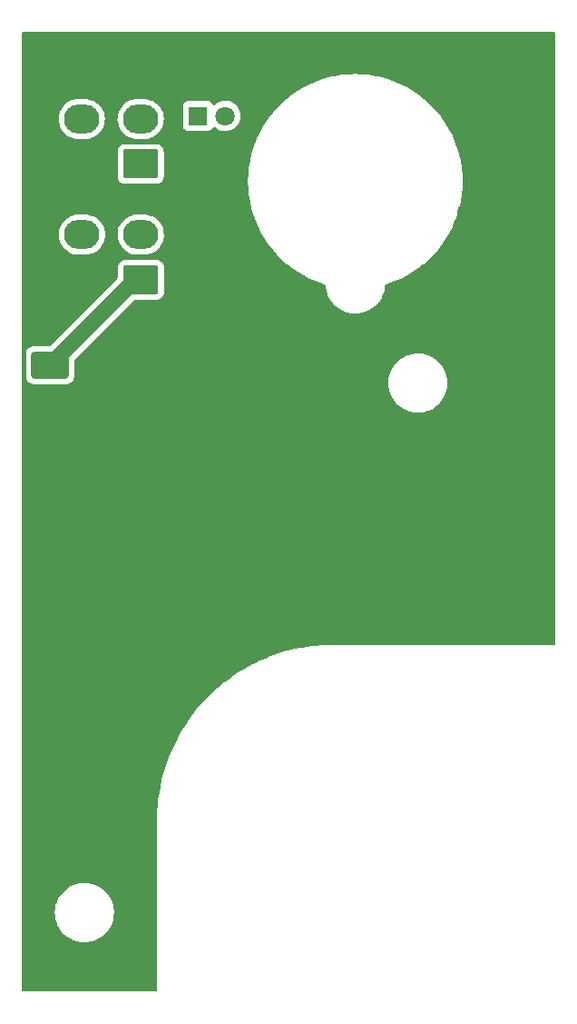
<source format=gbr>
%TF.GenerationSoftware,KiCad,Pcbnew,(6.0.9)*%
%TF.CreationDate,2023-04-01T15:16:26-08:00*%
%TF.ProjectId,OBOGS PANEL,4f424f47-5320-4504-914e-454c2e6b6963,3*%
%TF.SameCoordinates,Original*%
%TF.FileFunction,Copper,L2,Bot*%
%TF.FilePolarity,Positive*%
%FSLAX46Y46*%
G04 Gerber Fmt 4.6, Leading zero omitted, Abs format (unit mm)*
G04 Created by KiCad (PCBNEW (6.0.9)) date 2023-04-01 15:16:26*
%MOMM*%
%LPD*%
G01*
G04 APERTURE LIST*
G04 Aperture macros list*
%AMRoundRect*
0 Rectangle with rounded corners*
0 $1 Rounding radius*
0 $2 $3 $4 $5 $6 $7 $8 $9 X,Y pos of 4 corners*
0 Add a 4 corners polygon primitive as box body*
4,1,4,$2,$3,$4,$5,$6,$7,$8,$9,$2,$3,0*
0 Add four circle primitives for the rounded corners*
1,1,$1+$1,$2,$3*
1,1,$1+$1,$4,$5*
1,1,$1+$1,$6,$7*
1,1,$1+$1,$8,$9*
0 Add four rect primitives between the rounded corners*
20,1,$1+$1,$2,$3,$4,$5,0*
20,1,$1+$1,$4,$5,$6,$7,0*
20,1,$1+$1,$6,$7,$8,$9,0*
20,1,$1+$1,$8,$9,$2,$3,0*%
G04 Aperture macros list end*
%TA.AperFunction,SMDPad,CuDef*%
%ADD10RoundRect,0.250000X-1.500000X-1.000000X1.500000X-1.000000X1.500000X1.000000X-1.500000X1.000000X0*%
%TD*%
%TA.AperFunction,ComponentPad*%
%ADD11R,1.800000X1.800000*%
%TD*%
%TA.AperFunction,ComponentPad*%
%ADD12C,1.800000*%
%TD*%
%TA.AperFunction,ComponentPad*%
%ADD13RoundRect,0.250001X1.399999X-1.099999X1.399999X1.099999X-1.399999X1.099999X-1.399999X-1.099999X0*%
%TD*%
%TA.AperFunction,ComponentPad*%
%ADD14O,3.300000X2.700000*%
%TD*%
%TA.AperFunction,ViaPad*%
%ADD15C,1.500000*%
%TD*%
%TA.AperFunction,ViaPad*%
%ADD16C,0.800000*%
%TD*%
%TA.AperFunction,Conductor*%
%ADD17C,1.500000*%
%TD*%
G04 APERTURE END LIST*
D10*
%TO.P,C1,1*%
%TO.N,/LED+5V*%
X161797860Y-72433180D03*
%TO.P,C1,2*%
%TO.N,/LEDGND*%
X168297860Y-72433180D03*
%TD*%
D11*
%TO.P,D17,1*%
%TO.N,Net-(D17-Pad1)*%
X175613060Y-49209960D03*
D12*
%TO.P,D17,2*%
%TO.N,/LED+5V*%
X178153060Y-49209960D03*
%TD*%
D13*
%TO.P,J1,1*%
%TO.N,/LED+5V*%
X170251120Y-53695600D03*
D14*
%TO.P,J1,2*%
X170251120Y-49495600D03*
%TO.P,J1,3*%
%TO.N,/LEDGND*%
X164751120Y-53695600D03*
%TO.P,J1,4*%
%TO.N,/DATAIN*%
X164751120Y-49495600D03*
%TD*%
D13*
%TO.P,J2,1*%
%TO.N,/LED+5V*%
X170266360Y-64475360D03*
D14*
%TO.P,J2,2*%
X170266360Y-60275360D03*
%TO.P,J2,3*%
%TO.N,/LEDGND*%
X164766360Y-64475360D03*
%TO.P,J2,4*%
%TO.N,/DATAOUT*%
X164766360Y-60275360D03*
%TD*%
D15*
%TO.N,/LEDGND*%
X177177700Y-45501560D03*
X169738040Y-119484140D03*
X191851280Y-68806060D03*
X196547740Y-45679360D03*
D16*
X191960500Y-95851980D03*
D15*
X186499500Y-82692240D03*
X200543160Y-58112660D03*
X203215240Y-89654380D03*
X183761380Y-70949820D03*
X176014380Y-82433160D03*
X203832460Y-69916040D03*
X178645820Y-98605340D03*
X172707300Y-105785920D03*
X178429920Y-60479940D03*
X202821540Y-51315620D03*
%TD*%
D17*
%TO.N,/LED+5V*%
X169755680Y-64475360D02*
X161797860Y-72433180D01*
X170266360Y-64475360D02*
X169755680Y-64475360D01*
%TD*%
%TA.AperFunction,Conductor*%
%TO.N,/LEDGND*%
G36*
X208882021Y-41422502D02*
G01*
X208928514Y-41476158D01*
X208939900Y-41528500D01*
X208939900Y-98374700D01*
X208919898Y-98442821D01*
X208866242Y-98489314D01*
X208813900Y-98500700D01*
X188216450Y-98500700D01*
X188195545Y-98498954D01*
X188180544Y-98496430D01*
X188180541Y-98496430D01*
X188175752Y-98495624D01*
X188169779Y-98495551D01*
X188168069Y-98495530D01*
X188168064Y-98495530D01*
X188163200Y-98495471D01*
X188158861Y-98496092D01*
X188155499Y-98496241D01*
X187383421Y-98514620D01*
X187381913Y-98514728D01*
X187381910Y-98514728D01*
X186994414Y-98542443D01*
X186605408Y-98570265D01*
X186196767Y-98619124D01*
X185832418Y-98662687D01*
X185832403Y-98662689D01*
X185830924Y-98662866D01*
X185829445Y-98663115D01*
X185829429Y-98663117D01*
X185321157Y-98748587D01*
X185061724Y-98792213D01*
X184299549Y-98958014D01*
X184298101Y-98958402D01*
X183547547Y-99159512D01*
X183547527Y-99159518D01*
X183546127Y-99159893D01*
X182803164Y-99397392D01*
X182683587Y-99441992D01*
X182073744Y-99669451D01*
X182073727Y-99669458D01*
X182072343Y-99669974D01*
X181355320Y-99977022D01*
X181354008Y-99977659D01*
X181353989Y-99977668D01*
X180938758Y-100179375D01*
X180653719Y-100317838D01*
X180652409Y-100318553D01*
X180652396Y-100318560D01*
X179970443Y-100690935D01*
X179970427Y-100690944D01*
X179969129Y-100691653D01*
X179303102Y-101097617D01*
X179301888Y-101098438D01*
X179301875Y-101098447D01*
X178961884Y-101328560D01*
X178657145Y-101534813D01*
X178655940Y-101535715D01*
X178655926Y-101535725D01*
X178431255Y-101703912D01*
X178032723Y-102002250D01*
X177431250Y-102498868D01*
X176854088Y-103023543D01*
X176302544Y-103575087D01*
X175777869Y-104152249D01*
X175776935Y-104153381D01*
X175776930Y-104153386D01*
X175437331Y-104564688D01*
X175281251Y-104753722D01*
X175280355Y-104754919D01*
X174814726Y-105376925D01*
X174814716Y-105376939D01*
X174813814Y-105378144D01*
X174376618Y-106024101D01*
X173970653Y-106690128D01*
X173969944Y-106691426D01*
X173969935Y-106691442D01*
X173810056Y-106984239D01*
X173596839Y-107374718D01*
X173596182Y-107376071D01*
X173256668Y-108074988D01*
X173256659Y-108075007D01*
X173256022Y-108076319D01*
X172948975Y-108793342D01*
X172676393Y-109524163D01*
X172438893Y-110267126D01*
X172438518Y-110268526D01*
X172438512Y-110268546D01*
X172396982Y-110423539D01*
X172237014Y-111020548D01*
X172071213Y-111782723D01*
X171941866Y-112551923D01*
X171941689Y-112553402D01*
X171941687Y-112553417D01*
X171898124Y-112917766D01*
X171849265Y-113326407D01*
X171793620Y-114104420D01*
X171787292Y-114370272D01*
X171775584Y-114862096D01*
X171775256Y-114867887D01*
X171774623Y-114871647D01*
X171774470Y-114884199D01*
X171775160Y-114889015D01*
X171778356Y-114911332D01*
X171779629Y-114929390D01*
X171755279Y-130683695D01*
X171735172Y-130751784D01*
X171681444Y-130798194D01*
X171629279Y-130809500D01*
X159282901Y-130809500D01*
X159214780Y-130789498D01*
X159168287Y-130735842D01*
X159156901Y-130683500D01*
X159156901Y-123433097D01*
X162242653Y-123433097D01*
X162260930Y-123765201D01*
X162261591Y-123768928D01*
X162261591Y-123768932D01*
X162307515Y-124028057D01*
X162318972Y-124092703D01*
X162415939Y-124410860D01*
X162417470Y-124414324D01*
X162417473Y-124414331D01*
X162500227Y-124601516D01*
X162550426Y-124715064D01*
X162552362Y-124718318D01*
X162552365Y-124718324D01*
X162718546Y-124997649D01*
X162720485Y-125000908D01*
X162923653Y-125264251D01*
X163156986Y-125501279D01*
X163417106Y-125708558D01*
X163700243Y-125883086D01*
X164002297Y-126022335D01*
X164005897Y-126023494D01*
X164005904Y-126023497D01*
X164315283Y-126123125D01*
X164315286Y-126123126D01*
X164318892Y-126124287D01*
X164322608Y-126125006D01*
X164322616Y-126125008D01*
X164641724Y-126186748D01*
X164641730Y-126186749D01*
X164645442Y-126187467D01*
X164649218Y-126187734D01*
X164649223Y-126187735D01*
X164749924Y-126194864D01*
X164908151Y-126206067D01*
X165089792Y-126206067D01*
X165091658Y-126205955D01*
X165091675Y-126205954D01*
X165334385Y-126191322D01*
X165334392Y-126191321D01*
X165338160Y-126191094D01*
X165522558Y-126157416D01*
X165661627Y-126132018D01*
X165661632Y-126132017D01*
X165665354Y-126131337D01*
X165668966Y-126130216D01*
X165668972Y-126130214D01*
X165888984Y-126061899D01*
X165983000Y-126032706D01*
X166286495Y-125896628D01*
X166427602Y-125811675D01*
X166568191Y-125727033D01*
X166568197Y-125727029D01*
X166571444Y-125725074D01*
X166574428Y-125722747D01*
X166574435Y-125722742D01*
X166830732Y-125522861D01*
X166830739Y-125522855D01*
X166833720Y-125520530D01*
X167069523Y-125285959D01*
X167275437Y-125024758D01*
X167448480Y-124740711D01*
X167503540Y-124619613D01*
X167584577Y-124441384D01*
X167584580Y-124441376D01*
X167586146Y-124437932D01*
X167686439Y-124120807D01*
X167747908Y-123793931D01*
X167769661Y-123462037D01*
X167751384Y-123129933D01*
X167745633Y-123097480D01*
X167694003Y-122806161D01*
X167693342Y-122802431D01*
X167596375Y-122484274D01*
X167594844Y-122480810D01*
X167594841Y-122480803D01*
X167463420Y-122183536D01*
X167461888Y-122180070D01*
X167448680Y-122157868D01*
X167293768Y-121897485D01*
X167293767Y-121897484D01*
X167291829Y-121894226D01*
X167088661Y-121630883D01*
X166855328Y-121393855D01*
X166595208Y-121186576D01*
X166312071Y-121012048D01*
X166010017Y-120872799D01*
X166006417Y-120871640D01*
X166006410Y-120871637D01*
X165697031Y-120772009D01*
X165697028Y-120772008D01*
X165693422Y-120770847D01*
X165689706Y-120770128D01*
X165689698Y-120770126D01*
X165370590Y-120708386D01*
X165370584Y-120708385D01*
X165366872Y-120707667D01*
X165363096Y-120707400D01*
X165363091Y-120707399D01*
X165262390Y-120700270D01*
X165104163Y-120689067D01*
X164922522Y-120689067D01*
X164920656Y-120689179D01*
X164920639Y-120689180D01*
X164677929Y-120703812D01*
X164677922Y-120703813D01*
X164674154Y-120704040D01*
X164489756Y-120737718D01*
X164350687Y-120763116D01*
X164350682Y-120763117D01*
X164346960Y-120763797D01*
X164343348Y-120764918D01*
X164343342Y-120764920D01*
X164123330Y-120833235D01*
X164029314Y-120862428D01*
X163725819Y-120998506D01*
X163584712Y-121083459D01*
X163444123Y-121168101D01*
X163444117Y-121168105D01*
X163440870Y-121170060D01*
X163437886Y-121172387D01*
X163437879Y-121172392D01*
X163181582Y-121372273D01*
X163181575Y-121372279D01*
X163178594Y-121374604D01*
X162942791Y-121609175D01*
X162736877Y-121870376D01*
X162563834Y-122154423D01*
X162562268Y-122157868D01*
X162427737Y-122453750D01*
X162427734Y-122453758D01*
X162426168Y-122457202D01*
X162325875Y-122774327D01*
X162264406Y-123101203D01*
X162242653Y-123433097D01*
X159156901Y-123433097D01*
X159156901Y-73483580D01*
X159539360Y-73483580D01*
X159550334Y-73589346D01*
X159606310Y-73757126D01*
X159699382Y-73907528D01*
X159824557Y-74032485D01*
X159830787Y-74036325D01*
X159830788Y-74036326D01*
X159967950Y-74120874D01*
X159975122Y-74125295D01*
X160054865Y-74151744D01*
X160136471Y-74178812D01*
X160136473Y-74178812D01*
X160142999Y-74180977D01*
X160149835Y-74181677D01*
X160149838Y-74181678D01*
X160192891Y-74186089D01*
X160247460Y-74191680D01*
X163348260Y-74191680D01*
X163351506Y-74191343D01*
X163351510Y-74191343D01*
X163447168Y-74181418D01*
X163447172Y-74181417D01*
X163454026Y-74180706D01*
X163460562Y-74178525D01*
X163460564Y-74178525D01*
X163592666Y-74134452D01*
X163621806Y-74124730D01*
X163672116Y-74093597D01*
X193357653Y-74093597D01*
X193375930Y-74425701D01*
X193376591Y-74429428D01*
X193376591Y-74429432D01*
X193422515Y-74688557D01*
X193433972Y-74753203D01*
X193530939Y-75071360D01*
X193532470Y-75074824D01*
X193532473Y-75074831D01*
X193615227Y-75262016D01*
X193665426Y-75375564D01*
X193667362Y-75378818D01*
X193667365Y-75378824D01*
X193833546Y-75658149D01*
X193835485Y-75661408D01*
X194038653Y-75924751D01*
X194271986Y-76161779D01*
X194532106Y-76369058D01*
X194815243Y-76543586D01*
X195117297Y-76682835D01*
X195120897Y-76683994D01*
X195120904Y-76683997D01*
X195430283Y-76783625D01*
X195430286Y-76783626D01*
X195433892Y-76784787D01*
X195437608Y-76785506D01*
X195437616Y-76785508D01*
X195756724Y-76847248D01*
X195756730Y-76847249D01*
X195760442Y-76847967D01*
X195764218Y-76848234D01*
X195764223Y-76848235D01*
X195864924Y-76855364D01*
X196023151Y-76866567D01*
X196204792Y-76866567D01*
X196206658Y-76866455D01*
X196206675Y-76866454D01*
X196449385Y-76851822D01*
X196449392Y-76851821D01*
X196453160Y-76851594D01*
X196637558Y-76817916D01*
X196776627Y-76792518D01*
X196776632Y-76792517D01*
X196780354Y-76791837D01*
X196783966Y-76790716D01*
X196783972Y-76790714D01*
X197003984Y-76722399D01*
X197098000Y-76693206D01*
X197401495Y-76557128D01*
X197542602Y-76472175D01*
X197683191Y-76387533D01*
X197683197Y-76387529D01*
X197686444Y-76385574D01*
X197689428Y-76383247D01*
X197689435Y-76383242D01*
X197945732Y-76183361D01*
X197945739Y-76183355D01*
X197948720Y-76181030D01*
X198184523Y-75946459D01*
X198390437Y-75685258D01*
X198563480Y-75401211D01*
X198618540Y-75280113D01*
X198699577Y-75101884D01*
X198699580Y-75101876D01*
X198701146Y-75098432D01*
X198801439Y-74781307D01*
X198862908Y-74454431D01*
X198884661Y-74122537D01*
X198866384Y-73790433D01*
X198860633Y-73757980D01*
X198819799Y-73527577D01*
X198808342Y-73462931D01*
X198711375Y-73144774D01*
X198709844Y-73141310D01*
X198709841Y-73141303D01*
X198578420Y-72844036D01*
X198576888Y-72840570D01*
X198563680Y-72818368D01*
X198408768Y-72557985D01*
X198408767Y-72557984D01*
X198406829Y-72554726D01*
X198203661Y-72291383D01*
X197970328Y-72054355D01*
X197710208Y-71847076D01*
X197427071Y-71672548D01*
X197125017Y-71533299D01*
X197121417Y-71532140D01*
X197121410Y-71532137D01*
X196812031Y-71432509D01*
X196812028Y-71432508D01*
X196808422Y-71431347D01*
X196804706Y-71430628D01*
X196804698Y-71430626D01*
X196485590Y-71368886D01*
X196485584Y-71368885D01*
X196481872Y-71368167D01*
X196478096Y-71367900D01*
X196478091Y-71367899D01*
X196377390Y-71360770D01*
X196219163Y-71349567D01*
X196037522Y-71349567D01*
X196035656Y-71349679D01*
X196035639Y-71349680D01*
X195792929Y-71364312D01*
X195792922Y-71364313D01*
X195789154Y-71364540D01*
X195604756Y-71398218D01*
X195465687Y-71423616D01*
X195465682Y-71423617D01*
X195461960Y-71424297D01*
X195458348Y-71425418D01*
X195458342Y-71425420D01*
X195238330Y-71493735D01*
X195144314Y-71522928D01*
X194840819Y-71659006D01*
X194699712Y-71743959D01*
X194559123Y-71828601D01*
X194559117Y-71828605D01*
X194555870Y-71830560D01*
X194552886Y-71832887D01*
X194552879Y-71832892D01*
X194296582Y-72032773D01*
X194296575Y-72032779D01*
X194293594Y-72035104D01*
X194057791Y-72269675D01*
X193851877Y-72530876D01*
X193678834Y-72814923D01*
X193677268Y-72818368D01*
X193542737Y-73114250D01*
X193542734Y-73114258D01*
X193541168Y-73117702D01*
X193440875Y-73434827D01*
X193379406Y-73761703D01*
X193357653Y-74093597D01*
X163672116Y-74093597D01*
X163772208Y-74031658D01*
X163897165Y-73906483D01*
X163968700Y-73790433D01*
X163986135Y-73762148D01*
X163986136Y-73762146D01*
X163989975Y-73755918D01*
X164045657Y-73588041D01*
X164056360Y-73483580D01*
X164056360Y-72006657D01*
X164076362Y-71938536D01*
X164093265Y-71917562D01*
X169640062Y-66370765D01*
X169702374Y-66336739D01*
X169729157Y-66333860D01*
X171716760Y-66333860D01*
X171720006Y-66333523D01*
X171720010Y-66333523D01*
X171815667Y-66323598D01*
X171815671Y-66323597D01*
X171822525Y-66322886D01*
X171829061Y-66320705D01*
X171829063Y-66320705D01*
X171983357Y-66269228D01*
X171990305Y-66266910D01*
X172140708Y-66173838D01*
X172265665Y-66048663D01*
X172358475Y-65898098D01*
X172414157Y-65730221D01*
X172424860Y-65625760D01*
X172424860Y-63324960D01*
X172413886Y-63219195D01*
X172357910Y-63051415D01*
X172264838Y-62901012D01*
X172139663Y-62776055D01*
X172133432Y-62772214D01*
X171995328Y-62687085D01*
X171995326Y-62687084D01*
X171989098Y-62683245D01*
X171828614Y-62630015D01*
X171827749Y-62629728D01*
X171827747Y-62629728D01*
X171821221Y-62627563D01*
X171814385Y-62626863D01*
X171814382Y-62626862D01*
X171771329Y-62622451D01*
X171716760Y-62616860D01*
X168815960Y-62616860D01*
X168812714Y-62617197D01*
X168812710Y-62617197D01*
X168717053Y-62627122D01*
X168717049Y-62627123D01*
X168710195Y-62627834D01*
X168703659Y-62630015D01*
X168703657Y-62630015D01*
X168571555Y-62674088D01*
X168542415Y-62683810D01*
X168392012Y-62776882D01*
X168267055Y-62902057D01*
X168174245Y-63052622D01*
X168118563Y-63220499D01*
X168107860Y-63324960D01*
X168107860Y-64291203D01*
X168087858Y-64359324D01*
X168070955Y-64380298D01*
X161813477Y-70637775D01*
X161751165Y-70671801D01*
X161724382Y-70674680D01*
X160247460Y-70674680D01*
X160244214Y-70675017D01*
X160244210Y-70675017D01*
X160148552Y-70684942D01*
X160148548Y-70684943D01*
X160141694Y-70685654D01*
X160135158Y-70687835D01*
X160135156Y-70687835D01*
X160003054Y-70731908D01*
X159973914Y-70741630D01*
X159823512Y-70834702D01*
X159698555Y-70959877D01*
X159605745Y-71110442D01*
X159550063Y-71278319D01*
X159539360Y-71382780D01*
X159539360Y-73483580D01*
X159156901Y-73483580D01*
X159156901Y-60317637D01*
X162603369Y-60317637D01*
X162628985Y-60586129D01*
X162630070Y-60590563D01*
X162630071Y-60590569D01*
X162692005Y-60843672D01*
X162693091Y-60848110D01*
X162794345Y-61098093D01*
X162930625Y-61330842D01*
X162933478Y-61334409D01*
X163051046Y-61481420D01*
X163099076Y-61541479D01*
X163296169Y-61725594D01*
X163517776Y-61879328D01*
X163521859Y-61881359D01*
X163521862Y-61881361D01*
X163637373Y-61938826D01*
X163759254Y-61999461D01*
X163763588Y-62000882D01*
X163763591Y-62000883D01*
X164011213Y-62082058D01*
X164011219Y-62082059D01*
X164015546Y-62083478D01*
X164020037Y-62084258D01*
X164020038Y-62084258D01*
X164277500Y-62128961D01*
X164277508Y-62128962D01*
X164281281Y-62129617D01*
X164285118Y-62129808D01*
X164364938Y-62133782D01*
X164364946Y-62133782D01*
X164366509Y-62133860D01*
X165134872Y-62133860D01*
X165137140Y-62133695D01*
X165137152Y-62133695D01*
X165268244Y-62124183D01*
X165335364Y-62119313D01*
X165339819Y-62118329D01*
X165339822Y-62118329D01*
X165594272Y-62062151D01*
X165594276Y-62062150D01*
X165598732Y-62061166D01*
X165724840Y-62013388D01*
X165846678Y-61967228D01*
X165846681Y-61967227D01*
X165850948Y-61965610D01*
X166086728Y-61834646D01*
X166301133Y-61671017D01*
X166489672Y-61478152D01*
X166648394Y-61260090D01*
X166731550Y-61102036D01*
X166771850Y-61025439D01*
X166771853Y-61025433D01*
X166773975Y-61021399D01*
X166836738Y-60843672D01*
X166862262Y-60771393D01*
X166862262Y-60771392D01*
X166863785Y-60767080D01*
X166915941Y-60502460D01*
X166925142Y-60317637D01*
X168103369Y-60317637D01*
X168128985Y-60586129D01*
X168130070Y-60590563D01*
X168130071Y-60590569D01*
X168192005Y-60843672D01*
X168193091Y-60848110D01*
X168294345Y-61098093D01*
X168430625Y-61330842D01*
X168433478Y-61334409D01*
X168551046Y-61481420D01*
X168599076Y-61541479D01*
X168796169Y-61725594D01*
X169017776Y-61879328D01*
X169021859Y-61881359D01*
X169021862Y-61881361D01*
X169137373Y-61938826D01*
X169259254Y-61999461D01*
X169263588Y-62000882D01*
X169263591Y-62000883D01*
X169511213Y-62082058D01*
X169511219Y-62082059D01*
X169515546Y-62083478D01*
X169520037Y-62084258D01*
X169520038Y-62084258D01*
X169777500Y-62128961D01*
X169777508Y-62128962D01*
X169781281Y-62129617D01*
X169785118Y-62129808D01*
X169864938Y-62133782D01*
X169864946Y-62133782D01*
X169866509Y-62133860D01*
X170634872Y-62133860D01*
X170637140Y-62133695D01*
X170637152Y-62133695D01*
X170768244Y-62124183D01*
X170835364Y-62119313D01*
X170839819Y-62118329D01*
X170839822Y-62118329D01*
X171094272Y-62062151D01*
X171094276Y-62062150D01*
X171098732Y-62061166D01*
X171224840Y-62013388D01*
X171346678Y-61967228D01*
X171346681Y-61967227D01*
X171350948Y-61965610D01*
X171586728Y-61834646D01*
X171801133Y-61671017D01*
X171989672Y-61478152D01*
X172148394Y-61260090D01*
X172231550Y-61102036D01*
X172271850Y-61025439D01*
X172271853Y-61025433D01*
X172273975Y-61021399D01*
X172336738Y-60843672D01*
X172362262Y-60771393D01*
X172362262Y-60771392D01*
X172363785Y-60767080D01*
X172415941Y-60502460D01*
X172425142Y-60317637D01*
X172429124Y-60237652D01*
X172429124Y-60237646D01*
X172429351Y-60233083D01*
X172403735Y-59964591D01*
X172358402Y-59779327D01*
X172340715Y-59707048D01*
X172339629Y-59702610D01*
X172238375Y-59452627D01*
X172102095Y-59219878D01*
X171984288Y-59072568D01*
X171936496Y-59012807D01*
X171936495Y-59012805D01*
X171933644Y-59009241D01*
X171736551Y-58825126D01*
X171514944Y-58671392D01*
X171510861Y-58669361D01*
X171510858Y-58669359D01*
X171345966Y-58587327D01*
X171273466Y-58551259D01*
X171269132Y-58549838D01*
X171269129Y-58549837D01*
X171021507Y-58468662D01*
X171021501Y-58468661D01*
X171017174Y-58467242D01*
X171012682Y-58466462D01*
X170755220Y-58421759D01*
X170755212Y-58421758D01*
X170751439Y-58421103D01*
X170740177Y-58420542D01*
X170667782Y-58416938D01*
X170667774Y-58416938D01*
X170666211Y-58416860D01*
X169897848Y-58416860D01*
X169895580Y-58417025D01*
X169895568Y-58417025D01*
X169764476Y-58426537D01*
X169697356Y-58431407D01*
X169692901Y-58432391D01*
X169692898Y-58432391D01*
X169438448Y-58488569D01*
X169438444Y-58488570D01*
X169433988Y-58489554D01*
X169307880Y-58537332D01*
X169186042Y-58583492D01*
X169186039Y-58583493D01*
X169181772Y-58585110D01*
X168945992Y-58716074D01*
X168731587Y-58879703D01*
X168543048Y-59072568D01*
X168384326Y-59290630D01*
X168382204Y-59294664D01*
X168260870Y-59525281D01*
X168260867Y-59525287D01*
X168258745Y-59529321D01*
X168257225Y-59533626D01*
X168257223Y-59533630D01*
X168170458Y-59779327D01*
X168168935Y-59783640D01*
X168116779Y-60048260D01*
X168116552Y-60052813D01*
X168116552Y-60052816D01*
X168107351Y-60237652D01*
X168103369Y-60317637D01*
X166925142Y-60317637D01*
X166929124Y-60237652D01*
X166929124Y-60237646D01*
X166929351Y-60233083D01*
X166903735Y-59964591D01*
X166858402Y-59779327D01*
X166840715Y-59707048D01*
X166839629Y-59702610D01*
X166738375Y-59452627D01*
X166602095Y-59219878D01*
X166484288Y-59072568D01*
X166436496Y-59012807D01*
X166436495Y-59012805D01*
X166433644Y-59009241D01*
X166236551Y-58825126D01*
X166014944Y-58671392D01*
X166010861Y-58669361D01*
X166010858Y-58669359D01*
X165845966Y-58587327D01*
X165773466Y-58551259D01*
X165769132Y-58549838D01*
X165769129Y-58549837D01*
X165521507Y-58468662D01*
X165521501Y-58468661D01*
X165517174Y-58467242D01*
X165512682Y-58466462D01*
X165255220Y-58421759D01*
X165255212Y-58421758D01*
X165251439Y-58421103D01*
X165240177Y-58420542D01*
X165167782Y-58416938D01*
X165167774Y-58416938D01*
X165166211Y-58416860D01*
X164397848Y-58416860D01*
X164395580Y-58417025D01*
X164395568Y-58417025D01*
X164264476Y-58426537D01*
X164197356Y-58431407D01*
X164192901Y-58432391D01*
X164192898Y-58432391D01*
X163938448Y-58488569D01*
X163938444Y-58488570D01*
X163933988Y-58489554D01*
X163807880Y-58537332D01*
X163686042Y-58583492D01*
X163686039Y-58583493D01*
X163681772Y-58585110D01*
X163445992Y-58716074D01*
X163231587Y-58879703D01*
X163043048Y-59072568D01*
X162884326Y-59290630D01*
X162882204Y-59294664D01*
X162760870Y-59525281D01*
X162760867Y-59525287D01*
X162758745Y-59529321D01*
X162757225Y-59533626D01*
X162757223Y-59533630D01*
X162670458Y-59779327D01*
X162668935Y-59783640D01*
X162616779Y-60048260D01*
X162616552Y-60052813D01*
X162616552Y-60052816D01*
X162607351Y-60237652D01*
X162603369Y-60317637D01*
X159156901Y-60317637D01*
X159156901Y-54846000D01*
X168092620Y-54846000D01*
X168103594Y-54951765D01*
X168159570Y-55119545D01*
X168252642Y-55269948D01*
X168377817Y-55394905D01*
X168384047Y-55398745D01*
X168384048Y-55398746D01*
X168521210Y-55483294D01*
X168528382Y-55487715D01*
X168608125Y-55514164D01*
X168689731Y-55541232D01*
X168689733Y-55541232D01*
X168696259Y-55543397D01*
X168703095Y-55544097D01*
X168703098Y-55544098D01*
X168746151Y-55548509D01*
X168800720Y-55554100D01*
X171701520Y-55554100D01*
X171704766Y-55553763D01*
X171704770Y-55553763D01*
X171800427Y-55543838D01*
X171800431Y-55543837D01*
X171807285Y-55543126D01*
X171813821Y-55540945D01*
X171813823Y-55540945D01*
X171945925Y-55496872D01*
X171975065Y-55487150D01*
X172125468Y-55394078D01*
X172207336Y-55312067D01*
X180273620Y-55312067D01*
X180293364Y-55940320D01*
X180352517Y-56566093D01*
X180450846Y-57186918D01*
X180587962Y-57800343D01*
X180763326Y-58403948D01*
X180763989Y-58405789D01*
X180763994Y-58405805D01*
X180875698Y-58716074D01*
X180976244Y-58995351D01*
X180977027Y-58997160D01*
X180977028Y-58997163D01*
X181174125Y-59452627D01*
X181225876Y-59572217D01*
X181511238Y-60132271D01*
X181831203Y-60673302D01*
X181832312Y-60674934D01*
X181832314Y-60674937D01*
X182122571Y-61102036D01*
X182184508Y-61193174D01*
X182569758Y-61689836D01*
X182985434Y-62161328D01*
X183429896Y-62605790D01*
X183901388Y-63021466D01*
X183950510Y-63059569D01*
X184292651Y-63324960D01*
X184398050Y-63406716D01*
X184917922Y-63760021D01*
X185458953Y-64079986D01*
X186019007Y-64365348D01*
X186595873Y-64614980D01*
X186597729Y-64615648D01*
X186597731Y-64615649D01*
X187185419Y-64827230D01*
X187185435Y-64827235D01*
X187187276Y-64827898D01*
X187407038Y-64891745D01*
X187466872Y-64929957D01*
X187496550Y-64994453D01*
X187497694Y-65005814D01*
X187506065Y-65157925D01*
X187564696Y-65488751D01*
X187565798Y-65492367D01*
X187565800Y-65492375D01*
X187661542Y-65806514D01*
X187662647Y-65810138D01*
X187798499Y-66117430D01*
X187800435Y-66120684D01*
X187800438Y-66120690D01*
X187927061Y-66333523D01*
X187970285Y-66406175D01*
X187972600Y-66409176D01*
X187972603Y-66409180D01*
X187988872Y-66430267D01*
X188175515Y-66672191D01*
X188178174Y-66674892D01*
X188178180Y-66674899D01*
X188408551Y-66908917D01*
X188411217Y-66911625D01*
X188673976Y-67121008D01*
X188959988Y-67297308D01*
X189265107Y-67437970D01*
X189268707Y-67439129D01*
X189268714Y-67439132D01*
X189581307Y-67539795D01*
X189581310Y-67539796D01*
X189584916Y-67540957D01*
X189588632Y-67541676D01*
X189588640Y-67541678D01*
X189911063Y-67604059D01*
X189911069Y-67604060D01*
X189914781Y-67604778D01*
X189918557Y-67605045D01*
X189918562Y-67605046D01*
X190019469Y-67612190D01*
X190180153Y-67623567D01*
X190363635Y-67623567D01*
X190365502Y-67623454D01*
X190365517Y-67623454D01*
X190610752Y-67608669D01*
X190610756Y-67608669D01*
X190614530Y-67608441D01*
X190618248Y-67607762D01*
X190618256Y-67607761D01*
X190839966Y-67567270D01*
X190945045Y-67548079D01*
X191265915Y-67448446D01*
X191572491Y-67310987D01*
X191860333Y-67137692D01*
X191863317Y-67135365D01*
X191863324Y-67135360D01*
X192122276Y-66933408D01*
X192122279Y-66933406D01*
X192125271Y-66931072D01*
X192363467Y-66694119D01*
X192571471Y-66430267D01*
X192584318Y-66409180D01*
X192744302Y-66146569D01*
X192746271Y-66143337D01*
X192756568Y-66120690D01*
X192883765Y-65840936D01*
X192883768Y-65840929D01*
X192885334Y-65837484D01*
X192986645Y-65517141D01*
X193048737Y-65186946D01*
X193060695Y-65004501D01*
X193085109Y-64937836D01*
X193141691Y-64894951D01*
X193151272Y-64891746D01*
X193369143Y-64828449D01*
X193369156Y-64828445D01*
X193371038Y-64827898D01*
X193372879Y-64827235D01*
X193372895Y-64827230D01*
X193960583Y-64615649D01*
X193960585Y-64615648D01*
X193962441Y-64614980D01*
X194539307Y-64365348D01*
X195099361Y-64079986D01*
X195640392Y-63760021D01*
X196160264Y-63406716D01*
X196265664Y-63324960D01*
X196607804Y-63059569D01*
X196656926Y-63021466D01*
X197128418Y-62605790D01*
X197572880Y-62161328D01*
X197988556Y-61689836D01*
X198373806Y-61193174D01*
X198435744Y-61102036D01*
X198726000Y-60674937D01*
X198726002Y-60674934D01*
X198727111Y-60673302D01*
X199047076Y-60132271D01*
X199332438Y-59572217D01*
X199384189Y-59452627D01*
X199581286Y-58997163D01*
X199581287Y-58997160D01*
X199582070Y-58995351D01*
X199682616Y-58716074D01*
X199794320Y-58405805D01*
X199794325Y-58405789D01*
X199794988Y-58403948D01*
X199970352Y-57800343D01*
X200107468Y-57186918D01*
X200205797Y-56566093D01*
X200264950Y-55940320D01*
X200284694Y-55312067D01*
X200283370Y-55269948D01*
X200265012Y-54685773D01*
X200265011Y-54685759D01*
X200264950Y-54683814D01*
X200205797Y-54058041D01*
X200107468Y-53437216D01*
X199970352Y-52823791D01*
X199969798Y-52821884D01*
X199795539Y-52222081D01*
X199795535Y-52222068D01*
X199794988Y-52220186D01*
X199794325Y-52218345D01*
X199794320Y-52218329D01*
X199582739Y-51630641D01*
X199582738Y-51630639D01*
X199582070Y-51628783D01*
X199441740Y-51304498D01*
X199333220Y-51053724D01*
X199333219Y-51053723D01*
X199332438Y-51051917D01*
X199047076Y-50491863D01*
X198962148Y-50348257D01*
X198728123Y-49952543D01*
X198728121Y-49952540D01*
X198727111Y-49950832D01*
X198726000Y-49949197D01*
X198374918Y-49432596D01*
X198374915Y-49432592D01*
X198373806Y-49430960D01*
X198258509Y-49282319D01*
X197989769Y-48935862D01*
X197988556Y-48934298D01*
X197572880Y-48462806D01*
X197128418Y-48018344D01*
X196656926Y-47602668D01*
X196160264Y-47217418D01*
X195640392Y-46864113D01*
X195099361Y-46544148D01*
X194539307Y-46258786D01*
X193962441Y-46009154D01*
X193960583Y-46008485D01*
X193372895Y-45796904D01*
X193372879Y-45796899D01*
X193371038Y-45796236D01*
X193369156Y-45795689D01*
X193369143Y-45795685D01*
X192769340Y-45621426D01*
X192769339Y-45621426D01*
X192767433Y-45620872D01*
X192765513Y-45620443D01*
X192765502Y-45620440D01*
X192460720Y-45552314D01*
X192154008Y-45483756D01*
X192152051Y-45483446D01*
X191535142Y-45385737D01*
X191535133Y-45385736D01*
X191533183Y-45385427D01*
X191531214Y-45385241D01*
X191531207Y-45385240D01*
X190909361Y-45326458D01*
X190909348Y-45326457D01*
X190907410Y-45326274D01*
X190905465Y-45326213D01*
X190905451Y-45326212D01*
X190626613Y-45317449D01*
X190439434Y-45311567D01*
X190118880Y-45311567D01*
X189931701Y-45317449D01*
X189652863Y-45326212D01*
X189652849Y-45326213D01*
X189650904Y-45326274D01*
X189648966Y-45326457D01*
X189648953Y-45326458D01*
X189027107Y-45385240D01*
X189027100Y-45385241D01*
X189025131Y-45385427D01*
X189023181Y-45385736D01*
X189023172Y-45385737D01*
X188406263Y-45483446D01*
X188404306Y-45483756D01*
X188097593Y-45552314D01*
X187792812Y-45620440D01*
X187792801Y-45620443D01*
X187790881Y-45620872D01*
X187788975Y-45621426D01*
X187788974Y-45621426D01*
X187189171Y-45795685D01*
X187189158Y-45795689D01*
X187187276Y-45796236D01*
X187185435Y-45796899D01*
X187185419Y-45796904D01*
X186597731Y-46008485D01*
X186595873Y-46009154D01*
X186019007Y-46258786D01*
X185458953Y-46544148D01*
X184917922Y-46864113D01*
X184398050Y-47217418D01*
X183901388Y-47602668D01*
X183429896Y-48018344D01*
X182985434Y-48462806D01*
X182569758Y-48934298D01*
X182568545Y-48935862D01*
X182299806Y-49282319D01*
X182184508Y-49430960D01*
X182183399Y-49432592D01*
X182183396Y-49432596D01*
X181832314Y-49949197D01*
X181831203Y-49950832D01*
X181830193Y-49952540D01*
X181830191Y-49952543D01*
X181596166Y-50348257D01*
X181511238Y-50491863D01*
X181225876Y-51051917D01*
X181225095Y-51053723D01*
X181225094Y-51053724D01*
X181116575Y-51304498D01*
X180976244Y-51628783D01*
X180975576Y-51630639D01*
X180975575Y-51630641D01*
X180763994Y-52218329D01*
X180763989Y-52218345D01*
X180763326Y-52220186D01*
X180762779Y-52222068D01*
X180762775Y-52222081D01*
X180588516Y-52821884D01*
X180587962Y-52823791D01*
X180450846Y-53437216D01*
X180352517Y-54058041D01*
X180293364Y-54683814D01*
X180293303Y-54685759D01*
X180293302Y-54685773D01*
X180274944Y-55269948D01*
X180273620Y-55312067D01*
X172207336Y-55312067D01*
X172250425Y-55268903D01*
X172343235Y-55118338D01*
X172398917Y-54950461D01*
X172409620Y-54846000D01*
X172409620Y-52545200D01*
X172398646Y-52439435D01*
X172342670Y-52271655D01*
X172249598Y-52121252D01*
X172124423Y-51996295D01*
X172118192Y-51992454D01*
X171980088Y-51907325D01*
X171980086Y-51907324D01*
X171973858Y-51903485D01*
X171813374Y-51850255D01*
X171812509Y-51849968D01*
X171812507Y-51849968D01*
X171805981Y-51847803D01*
X171799145Y-51847103D01*
X171799142Y-51847102D01*
X171756089Y-51842691D01*
X171701520Y-51837100D01*
X168800720Y-51837100D01*
X168797474Y-51837437D01*
X168797470Y-51837437D01*
X168701813Y-51847362D01*
X168701809Y-51847363D01*
X168694955Y-51848074D01*
X168688419Y-51850255D01*
X168688417Y-51850255D01*
X168556315Y-51894328D01*
X168527175Y-51904050D01*
X168376772Y-51997122D01*
X168251815Y-52122297D01*
X168159005Y-52272862D01*
X168103323Y-52440739D01*
X168092620Y-52545200D01*
X168092620Y-54846000D01*
X159156901Y-54846000D01*
X159156901Y-49537877D01*
X162588129Y-49537877D01*
X162613745Y-49806369D01*
X162614830Y-49810803D01*
X162614831Y-49810809D01*
X162674601Y-50055068D01*
X162677851Y-50068350D01*
X162779105Y-50318333D01*
X162915385Y-50551082D01*
X163027497Y-50691271D01*
X163035806Y-50701660D01*
X163083836Y-50761719D01*
X163280929Y-50945834D01*
X163502536Y-51099568D01*
X163506619Y-51101599D01*
X163506622Y-51101601D01*
X163622133Y-51159066D01*
X163744014Y-51219701D01*
X163748348Y-51221122D01*
X163748351Y-51221123D01*
X163995973Y-51302298D01*
X163995979Y-51302299D01*
X164000306Y-51303718D01*
X164004797Y-51304498D01*
X164004798Y-51304498D01*
X164262260Y-51349201D01*
X164262268Y-51349202D01*
X164266041Y-51349857D01*
X164269878Y-51350048D01*
X164349698Y-51354022D01*
X164349706Y-51354022D01*
X164351269Y-51354100D01*
X165119632Y-51354100D01*
X165121900Y-51353935D01*
X165121912Y-51353935D01*
X165253004Y-51344423D01*
X165320124Y-51339553D01*
X165324579Y-51338569D01*
X165324582Y-51338569D01*
X165579032Y-51282391D01*
X165579036Y-51282390D01*
X165583492Y-51281406D01*
X165709600Y-51233628D01*
X165831438Y-51187468D01*
X165831441Y-51187467D01*
X165835708Y-51185850D01*
X166071488Y-51054886D01*
X166285893Y-50891257D01*
X166474432Y-50698392D01*
X166633154Y-50480330D01*
X166716310Y-50322276D01*
X166756610Y-50245679D01*
X166756613Y-50245673D01*
X166758735Y-50241639D01*
X166763667Y-50227675D01*
X166847022Y-49991633D01*
X166847022Y-49991632D01*
X166848545Y-49987320D01*
X166900701Y-49722700D01*
X166909902Y-49537877D01*
X168088129Y-49537877D01*
X168113745Y-49806369D01*
X168114830Y-49810803D01*
X168114831Y-49810809D01*
X168174601Y-50055068D01*
X168177851Y-50068350D01*
X168279105Y-50318333D01*
X168415385Y-50551082D01*
X168527497Y-50691271D01*
X168535806Y-50701660D01*
X168583836Y-50761719D01*
X168780929Y-50945834D01*
X169002536Y-51099568D01*
X169006619Y-51101599D01*
X169006622Y-51101601D01*
X169122133Y-51159066D01*
X169244014Y-51219701D01*
X169248348Y-51221122D01*
X169248351Y-51221123D01*
X169495973Y-51302298D01*
X169495979Y-51302299D01*
X169500306Y-51303718D01*
X169504797Y-51304498D01*
X169504798Y-51304498D01*
X169762260Y-51349201D01*
X169762268Y-51349202D01*
X169766041Y-51349857D01*
X169769878Y-51350048D01*
X169849698Y-51354022D01*
X169849706Y-51354022D01*
X169851269Y-51354100D01*
X170619632Y-51354100D01*
X170621900Y-51353935D01*
X170621912Y-51353935D01*
X170753004Y-51344423D01*
X170820124Y-51339553D01*
X170824579Y-51338569D01*
X170824582Y-51338569D01*
X171079032Y-51282391D01*
X171079036Y-51282390D01*
X171083492Y-51281406D01*
X171209600Y-51233628D01*
X171331438Y-51187468D01*
X171331441Y-51187467D01*
X171335708Y-51185850D01*
X171571488Y-51054886D01*
X171785893Y-50891257D01*
X171974432Y-50698392D01*
X172133154Y-50480330D01*
X172216310Y-50322276D01*
X172256610Y-50245679D01*
X172256613Y-50245673D01*
X172258735Y-50241639D01*
X172263667Y-50227675D01*
X172288239Y-50158094D01*
X174204560Y-50158094D01*
X174211315Y-50220276D01*
X174262445Y-50356665D01*
X174349799Y-50473221D01*
X174466355Y-50560575D01*
X174602744Y-50611705D01*
X174664926Y-50618460D01*
X176561194Y-50618460D01*
X176623376Y-50611705D01*
X176759765Y-50560575D01*
X176876321Y-50473221D01*
X176963675Y-50356665D01*
X176988240Y-50291138D01*
X177030882Y-50234374D01*
X177097443Y-50209674D01*
X177166792Y-50224881D01*
X177186707Y-50238424D01*
X177319002Y-50348257D01*
X177342409Y-50367690D01*
X177542382Y-50484544D01*
X177758754Y-50567169D01*
X177763820Y-50568200D01*
X177763821Y-50568200D01*
X177816906Y-50579000D01*
X177985716Y-50613345D01*
X178115149Y-50618091D01*
X178212009Y-50621643D01*
X178212013Y-50621643D01*
X178217173Y-50621832D01*
X178222293Y-50621176D01*
X178222295Y-50621176D01*
X178296226Y-50611705D01*
X178446907Y-50592402D01*
X178451855Y-50590917D01*
X178451862Y-50590916D01*
X178663807Y-50527329D01*
X178668750Y-50525846D01*
X178734499Y-50493636D01*
X178872109Y-50426222D01*
X178872112Y-50426220D01*
X178876744Y-50423951D01*
X179065303Y-50289454D01*
X179229363Y-50125965D01*
X179364518Y-49937877D01*
X179467138Y-49730240D01*
X179534468Y-49508631D01*
X179564700Y-49279001D01*
X179566387Y-49209960D01*
X179549813Y-49008362D01*
X179547833Y-48984278D01*
X179547832Y-48984272D01*
X179547409Y-48979127D01*
X179490985Y-48754493D01*
X179487084Y-48745521D01*
X179400690Y-48546828D01*
X179400688Y-48546825D01*
X179398630Y-48542091D01*
X179272824Y-48347625D01*
X179116947Y-48176318D01*
X179112896Y-48173119D01*
X179112892Y-48173115D01*
X178939237Y-48035971D01*
X178939232Y-48035968D01*
X178935183Y-48032770D01*
X178930667Y-48030277D01*
X178930664Y-48030275D01*
X178736939Y-47923333D01*
X178736935Y-47923331D01*
X178732415Y-47920836D01*
X178727546Y-47919112D01*
X178727542Y-47919110D01*
X178518963Y-47845248D01*
X178518959Y-47845247D01*
X178514088Y-47843522D01*
X178508995Y-47842615D01*
X178508992Y-47842614D01*
X178291155Y-47803811D01*
X178291149Y-47803810D01*
X178286066Y-47802905D01*
X178213156Y-47802014D01*
X178059641Y-47800139D01*
X178059639Y-47800139D01*
X178054471Y-47800076D01*
X177825524Y-47835110D01*
X177605374Y-47907066D01*
X177600786Y-47909454D01*
X177600782Y-47909456D01*
X177404521Y-48011623D01*
X177399932Y-48014012D01*
X177395799Y-48017115D01*
X177395796Y-48017117D01*
X177281130Y-48103211D01*
X177214715Y-48153077D01*
X177197230Y-48171374D01*
X177135706Y-48206804D01*
X177064793Y-48203347D01*
X177007007Y-48162101D01*
X176988154Y-48128552D01*
X176966828Y-48071665D01*
X176966827Y-48071663D01*
X176963675Y-48063255D01*
X176876321Y-47946699D01*
X176759765Y-47859345D01*
X176623376Y-47808215D01*
X176561194Y-47801460D01*
X174664926Y-47801460D01*
X174602744Y-47808215D01*
X174466355Y-47859345D01*
X174349799Y-47946699D01*
X174262445Y-48063255D01*
X174211315Y-48199644D01*
X174204560Y-48261826D01*
X174204560Y-50158094D01*
X172288239Y-50158094D01*
X172347022Y-49991633D01*
X172347022Y-49991632D01*
X172348545Y-49987320D01*
X172400701Y-49722700D01*
X172409902Y-49537877D01*
X172413884Y-49457892D01*
X172413884Y-49457886D01*
X172414111Y-49453323D01*
X172388495Y-49184831D01*
X172343162Y-48999567D01*
X172325475Y-48927288D01*
X172324389Y-48922850D01*
X172223135Y-48672867D01*
X172086855Y-48440118D01*
X171969048Y-48292808D01*
X171921256Y-48233047D01*
X171921255Y-48233045D01*
X171918404Y-48229481D01*
X171721311Y-48045366D01*
X171499704Y-47891632D01*
X171495621Y-47889601D01*
X171495618Y-47889599D01*
X171330314Y-47807362D01*
X171258226Y-47771499D01*
X171253892Y-47770078D01*
X171253889Y-47770077D01*
X171006267Y-47688902D01*
X171006261Y-47688901D01*
X171001934Y-47687482D01*
X170997442Y-47686702D01*
X170739980Y-47641999D01*
X170739972Y-47641998D01*
X170736199Y-47641343D01*
X170724937Y-47640782D01*
X170652542Y-47637178D01*
X170652534Y-47637178D01*
X170650971Y-47637100D01*
X169882608Y-47637100D01*
X169880340Y-47637265D01*
X169880328Y-47637265D01*
X169749236Y-47646777D01*
X169682116Y-47651647D01*
X169677661Y-47652631D01*
X169677658Y-47652631D01*
X169423208Y-47708809D01*
X169423204Y-47708810D01*
X169418748Y-47709794D01*
X169292640Y-47757572D01*
X169170802Y-47803732D01*
X169170799Y-47803733D01*
X169166532Y-47805350D01*
X168930752Y-47936314D01*
X168832074Y-48011623D01*
X168753403Y-48071663D01*
X168716347Y-48099943D01*
X168713154Y-48103209D01*
X168713152Y-48103211D01*
X168667440Y-48149972D01*
X168527808Y-48292808D01*
X168369086Y-48510870D01*
X168352660Y-48542091D01*
X168245630Y-48745521D01*
X168245627Y-48745527D01*
X168243505Y-48749561D01*
X168241985Y-48753866D01*
X168241983Y-48753870D01*
X168178793Y-48932809D01*
X168153695Y-49003880D01*
X168101539Y-49268500D01*
X168101312Y-49273053D01*
X168101312Y-49273056D01*
X168089339Y-49513577D01*
X168088129Y-49537877D01*
X166909902Y-49537877D01*
X166913884Y-49457892D01*
X166913884Y-49457886D01*
X166914111Y-49453323D01*
X166888495Y-49184831D01*
X166843162Y-48999567D01*
X166825475Y-48927288D01*
X166824389Y-48922850D01*
X166723135Y-48672867D01*
X166586855Y-48440118D01*
X166469048Y-48292808D01*
X166421256Y-48233047D01*
X166421255Y-48233045D01*
X166418404Y-48229481D01*
X166221311Y-48045366D01*
X165999704Y-47891632D01*
X165995621Y-47889601D01*
X165995618Y-47889599D01*
X165830314Y-47807362D01*
X165758226Y-47771499D01*
X165753892Y-47770078D01*
X165753889Y-47770077D01*
X165506267Y-47688902D01*
X165506261Y-47688901D01*
X165501934Y-47687482D01*
X165497442Y-47686702D01*
X165239980Y-47641999D01*
X165239972Y-47641998D01*
X165236199Y-47641343D01*
X165224937Y-47640782D01*
X165152542Y-47637178D01*
X165152534Y-47637178D01*
X165150971Y-47637100D01*
X164382608Y-47637100D01*
X164380340Y-47637265D01*
X164380328Y-47637265D01*
X164249236Y-47646777D01*
X164182116Y-47651647D01*
X164177661Y-47652631D01*
X164177658Y-47652631D01*
X163923208Y-47708809D01*
X163923204Y-47708810D01*
X163918748Y-47709794D01*
X163792640Y-47757572D01*
X163670802Y-47803732D01*
X163670799Y-47803733D01*
X163666532Y-47805350D01*
X163430752Y-47936314D01*
X163332074Y-48011623D01*
X163253403Y-48071663D01*
X163216347Y-48099943D01*
X163213154Y-48103209D01*
X163213152Y-48103211D01*
X163167440Y-48149972D01*
X163027808Y-48292808D01*
X162869086Y-48510870D01*
X162852660Y-48542091D01*
X162745630Y-48745521D01*
X162745627Y-48745527D01*
X162743505Y-48749561D01*
X162741985Y-48753866D01*
X162741983Y-48753870D01*
X162678793Y-48932809D01*
X162653695Y-49003880D01*
X162601539Y-49268500D01*
X162601312Y-49273053D01*
X162601312Y-49273056D01*
X162589339Y-49513577D01*
X162588129Y-49537877D01*
X159156901Y-49537877D01*
X159156901Y-41528501D01*
X159176903Y-41460380D01*
X159230559Y-41413887D01*
X159282901Y-41402501D01*
X184048401Y-41402501D01*
X208813900Y-41402500D01*
X208882021Y-41422502D01*
G37*
%TD.AperFunction*%
%TD*%
M02*

</source>
